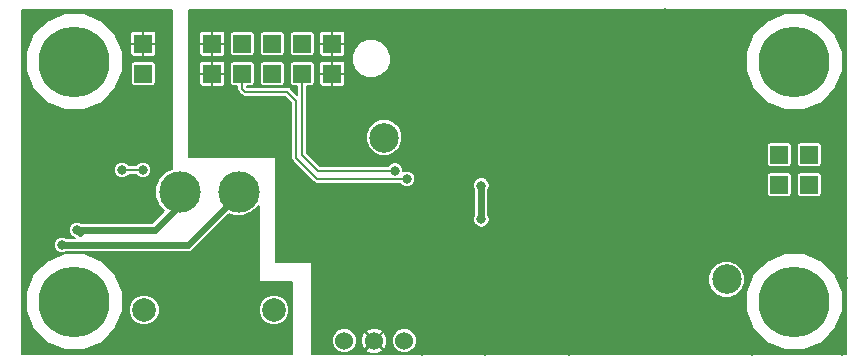
<source format=gbr>
%TF.GenerationSoftware,KiCad,Pcbnew,6.0.4-6f826c9f35~116~ubuntu20.04.1*%
%TF.CreationDate,2022-08-16T16:27:46+00:00*%
%TF.ProjectId,VCAI2C02A,56434149-3243-4303-9241-2e6b69636164,rev?*%
%TF.SameCoordinates,Original*%
%TF.FileFunction,Copper,L1,Top*%
%TF.FilePolarity,Positive*%
%FSLAX46Y46*%
G04 Gerber Fmt 4.6, Leading zero omitted, Abs format (unit mm)*
G04 Created by KiCad (PCBNEW 6.0.4-6f826c9f35~116~ubuntu20.04.1) date 2022-08-16 16:27:46*
%MOMM*%
%LPD*%
G01*
G04 APERTURE LIST*
%TA.AperFunction,ComponentPad*%
%ADD10C,2.000000*%
%TD*%
%TA.AperFunction,ComponentPad*%
%ADD11C,3.500000*%
%TD*%
%TA.AperFunction,ComponentPad*%
%ADD12C,2.500000*%
%TD*%
%TA.AperFunction,ComponentPad*%
%ADD13C,1.524000*%
%TD*%
%TA.AperFunction,ComponentPad*%
%ADD14R,1.524000X1.524000*%
%TD*%
%TA.AperFunction,ComponentPad*%
%ADD15C,6.000000*%
%TD*%
%TA.AperFunction,ViaPad*%
%ADD16C,0.800000*%
%TD*%
%TA.AperFunction,Conductor*%
%ADD17C,0.200000*%
%TD*%
%TA.AperFunction,Conductor*%
%ADD18C,0.600000*%
%TD*%
G04 APERTURE END LIST*
D10*
%TO.P,J1,MP*%
%TO.N,N/C*%
X16930000Y-21002000D03*
X5930000Y-21002000D03*
D11*
%TO.P,J1,2*%
%TO.N,Net-(D3-Pad4)*%
X8930000Y-11002000D03*
%TO.P,J1,1*%
%TO.N,Net-(D3-Pad3)*%
X13930000Y-11002000D03*
%TD*%
D12*
%TO.P,TR1,MP*%
%TO.N,N/C*%
X55240000Y-18422000D03*
X26240000Y-6422000D03*
D13*
%TO.P,TR1,3*%
%TO.N,+5V*%
X27940000Y-23622000D03*
%TO.P,TR1,1*%
%TO.N,/Vout*%
X22860000Y-23622000D03*
%TO.P,TR1,2*%
%TO.N,GNDD*%
X25400000Y-23622000D03*
%TD*%
D14*
%TO.P,J4,1*%
%TO.N,GNDD*%
X11684000Y-1016000D03*
%TO.P,J4,2*%
X11684000Y1524000D03*
%TO.P,J4,3*%
%TO.N,/SDA*%
X14224000Y-1016000D03*
%TO.P,J4,4*%
X14224000Y1524000D03*
%TO.P,J4,5*%
%TO.N,VCC*%
X16764000Y-1016000D03*
%TO.P,J4,6*%
X16764000Y1524000D03*
%TO.P,J4,7*%
%TO.N,/SCL*%
X19304000Y-1016000D03*
%TO.P,J4,8*%
X19304000Y1524000D03*
%TO.P,J4,9*%
%TO.N,GNDD*%
X21844000Y-1016000D03*
%TO.P,J4,10*%
X21844000Y1524000D03*
%TD*%
%TO.P,J5,1*%
%TO.N,Net-(D1-Pad1)*%
X5842000Y-1016000D03*
%TO.P,J5,2*%
%TO.N,GNDPWR*%
X5842000Y1524000D03*
%TD*%
%TO.P,J6,1*%
%TO.N,Net-(J6-Pad1)*%
X59690000Y-10414000D03*
%TO.P,J6,2*%
%TO.N,+5V*%
X59690000Y-7874000D03*
%TO.P,J6,3*%
%TO.N,Net-(J6-Pad3)*%
X62230000Y-10414000D03*
%TO.P,J6,4*%
%TO.N,+5V*%
X62230000Y-7874000D03*
%TD*%
D15*
%TO.P,MH1,1*%
%TO.N,N/C*%
X60960000Y0D03*
%TD*%
%TO.P,MH2,1*%
%TO.N,N/C*%
X0Y-20320000D03*
%TD*%
%TO.P,MH3,1*%
%TO.N,N/C*%
X60960000Y-20320000D03*
%TD*%
%TO.P,MH4,1*%
%TO.N,N/C*%
X0Y0D03*
%TD*%
D16*
%TO.N,GNDPWR*%
X-4064000Y4064000D03*
X2540000Y-24384000D03*
X17526000Y-24384000D03*
X17780000Y-19050000D03*
X12446000Y-24384000D03*
X7366000Y-24384002D03*
X-4064000Y-2286000D03*
X2032000Y4064000D03*
X13970000Y-18034000D03*
X13970000Y-21590000D03*
X9905994Y-21590000D03*
X9906000Y-18034000D03*
X-4064000Y-7366000D03*
X-4064000Y-24384000D03*
X-4064000Y-18288000D03*
X-4064000Y-13208000D03*
X7874000Y-8636000D03*
X7874000Y-6D03*
X7874000Y-4064004D03*
%TO.N,GNDD*%
X10144298Y-7366000D03*
X10155119Y-4317061D03*
X10160000Y0D03*
X10160000Y4064000D03*
X12954000Y4064000D03*
X20828000Y4064000D03*
X27686000Y4064000D03*
X34290000Y4064000D03*
X65024000Y4064000D03*
X65024000Y-2540000D03*
X65024000Y-7620000D03*
X65024000Y-13208000D03*
X65086000Y-18288000D03*
X65024000Y-24446000D03*
X57404000Y-24446000D03*
X50038000Y-24384000D03*
X34798000Y-24446000D03*
X29464000Y-24446000D03*
X18034000Y-10668000D03*
X20828000Y-16256000D03*
X20828000Y-19050000D03*
X20828000Y-24384000D03*
X18033994Y-16256000D03*
X57403994Y4064000D03*
X50038000Y4125990D03*
X41910004Y4064000D03*
X41910000Y-24445988D03*
%TO.N,+5V*%
X34480500Y-13335000D03*
X34480500Y-10468000D03*
%TO.N,Net-(D3-Pad3)*%
X-1016000Y-15494000D03*
%TO.N,Net-(D3-Pad4)*%
X254000Y-14224000D03*
%TO.N,/SDA*%
X28194000Y-9906000D03*
%TO.N,/SCL*%
X27178000Y-9205990D03*
%TO.N,/REFout2*%
X4064000Y-9144000D03*
X5842000Y-9144000D03*
%TD*%
D17*
%TO.N,GNDPWR*%
X2540000Y-24384000D02*
X6604000Y-24384000D01*
X6604000Y-24384000D02*
X7365998Y-24384000D01*
X7365998Y-24384000D02*
X7366000Y-24384002D01*
X13970000Y-21590000D02*
X9905994Y-21590000D01*
X-4064000Y-2286000D02*
X-4064000Y-7619996D01*
X-4064000Y-7619996D02*
X-4064004Y-7620000D01*
X17526000Y-24384000D02*
X12446000Y-24384000D01*
X14369999Y-18433999D02*
X13970000Y-18034000D01*
X14986000Y-19050000D02*
X14369999Y-18433999D01*
X17780000Y-19304000D02*
X17526000Y-19050000D01*
X17526000Y-19050000D02*
X14986000Y-19050000D01*
X5842000Y1524000D02*
X5842000Y3556000D01*
X5334000Y4064000D02*
X2032000Y4064000D01*
X5842000Y3556000D02*
X5334000Y4064000D01*
X7874000Y1016000D02*
X7874000Y-6D01*
X5842000Y1524000D02*
X7366000Y1524000D01*
X7366000Y1524000D02*
X7874000Y1016000D01*
X7874000Y-8636000D02*
X7874000Y-4064004D01*
X2032000Y4318000D02*
X2286000Y4064000D01*
X-4064000Y4064000D02*
X-3810000Y4318000D01*
X-3810000Y4318000D02*
X2032000Y4318000D01*
X-4318000Y-18542000D02*
X-4064000Y-18288000D01*
X-4064000Y-24384000D02*
X-4318000Y-24130000D01*
X-4318000Y-24130000D02*
X-4318000Y-18542000D01*
%TO.N,GNDD*%
X10144298Y-7366000D02*
X10144298Y-4327882D01*
X10144298Y-4327882D02*
X10155119Y-4317061D01*
X10160000Y0D02*
X10160000Y4064000D01*
X12954000Y4064000D02*
X20574000Y4064000D01*
X27686000Y4064000D02*
X34290000Y4064000D01*
X65024000Y-2540000D02*
X65024000Y-7620000D01*
X65024000Y-13208000D02*
X65024000Y-18226000D01*
X65024000Y-18226000D02*
X65086000Y-18288000D01*
X65024000Y-24446000D02*
X57404000Y-24446000D01*
X34798000Y-24446000D02*
X29464000Y-24446000D01*
X20828000Y-16256000D02*
X20828000Y-19304000D01*
X18034000Y-10668000D02*
X18034000Y-16002000D01*
X18034000Y-16002000D02*
X18034000Y-16255994D01*
X18034000Y-16255994D02*
X18033994Y-16256000D01*
X41971994Y4125990D02*
X41910004Y4064000D01*
X50038000Y4125990D02*
X41971994Y4125990D01*
X42672000Y-24384000D02*
X41971988Y-24384000D01*
X41971988Y-24384000D02*
X41910000Y-24445988D01*
X50038000Y-24384000D02*
X42672000Y-24384000D01*
X57657994Y4318000D02*
X57403994Y4064000D01*
X65024000Y4064000D02*
X64770000Y4318000D01*
X64770000Y4318000D02*
X57657994Y4318000D01*
D18*
%TO.N,+5V*%
X34480500Y-13335000D02*
X34480500Y-10468000D01*
%TO.N,Net-(D3-Pad3)*%
X13970000Y-11042000D02*
X13930000Y-11002000D01*
X13970000Y-11176000D02*
X13970000Y-11042000D01*
X9652000Y-15494000D02*
X13970000Y-11176000D01*
X-1016000Y-15494000D02*
X9652000Y-15494000D01*
%TO.N,Net-(D3-Pad4)*%
X508000Y-14478000D02*
X254000Y-14224000D01*
X6350000Y-14224000D02*
X254000Y-14224000D01*
X6858000Y-14224000D02*
X6350000Y-14224000D01*
X8930000Y-11002000D02*
X8930000Y-12152000D01*
X8930000Y-12152000D02*
X6858000Y-14224000D01*
D17*
%TO.N,/SDA*%
X14224000Y-2286000D02*
X14224000Y-1016000D01*
X20574000Y-9906000D02*
X18796000Y-8128000D01*
X28194000Y-9906000D02*
X20574000Y-9906000D01*
X18796000Y-8128000D02*
X18796000Y-3302000D01*
X18796000Y-3302000D02*
X18034000Y-2540000D01*
X18034000Y-2540000D02*
X14478000Y-2540000D01*
X14478000Y-2540000D02*
X14224000Y-2286000D01*
%TO.N,/SCL*%
X27116010Y-9205990D02*
X27178000Y-9144000D01*
X20635990Y-9205990D02*
X27116010Y-9205990D01*
X19304000Y-1016000D02*
X19304000Y-7874000D01*
X19304000Y-7874000D02*
X20635990Y-9205990D01*
%TO.N,/REFout2*%
X4064000Y-9144000D02*
X5842000Y-9144000D01*
%TD*%
%TO.N,GNDPWR*%
X8282000Y-9051506D02*
X7768768Y-9264094D01*
X7192094Y-9840768D01*
X6880000Y-10594230D01*
X6880000Y-11409770D01*
X7192094Y-12163232D01*
X7631167Y-12602305D01*
X6609473Y-13624000D01*
X634661Y-13624000D01*
X393239Y-13524000D01*
X114761Y-13524000D01*
X-142518Y-13630568D01*
X-339432Y-13827482D01*
X-446000Y-14084761D01*
X-446000Y-14363239D01*
X-339432Y-14620518D01*
X-142518Y-14817432D01*
X42334Y-14894000D01*
X-635339Y-14894000D01*
X-876761Y-14794000D01*
X-1155239Y-14794000D01*
X-1412518Y-14900568D01*
X-1609432Y-15097482D01*
X-1716000Y-15354761D01*
X-1716000Y-15633239D01*
X-1609432Y-15890518D01*
X-1412518Y-16087432D01*
X-1155239Y-16194000D01*
X-876761Y-16194000D01*
X-635339Y-16094000D01*
X9592914Y-16094000D01*
X9652000Y-16105753D01*
X9711086Y-16094000D01*
X9711091Y-16094000D01*
X9886108Y-16059187D01*
X10084575Y-15926575D01*
X10118049Y-15876478D01*
X13112319Y-12882209D01*
X13522230Y-13052000D01*
X14337770Y-13052000D01*
X15091232Y-12739906D01*
X15648000Y-12183138D01*
X15648000Y-18542000D01*
X15655612Y-18580268D01*
X15677289Y-18612711D01*
X15709732Y-18634388D01*
X15748000Y-18642000D01*
X18442000Y-18642000D01*
X18442000Y-24746000D01*
X-4426000Y-24746000D01*
X-4426000Y-19504459D01*
X-4100000Y-19504459D01*
X-4100000Y-21135541D01*
X-3475812Y-22642464D01*
X-2322464Y-23795812D01*
X-815541Y-24420000D01*
X815541Y-24420000D01*
X2322464Y-23795812D01*
X3475812Y-22642464D01*
X4100000Y-21135541D01*
X4100000Y-20743414D01*
X4630000Y-20743414D01*
X4630000Y-21260586D01*
X4827913Y-21738391D01*
X5193609Y-22104087D01*
X5671414Y-22302000D01*
X6188586Y-22302000D01*
X6666391Y-22104087D01*
X7032087Y-21738391D01*
X7230000Y-21260586D01*
X7230000Y-20743414D01*
X15630000Y-20743414D01*
X15630000Y-21260586D01*
X15827913Y-21738391D01*
X16193609Y-22104087D01*
X16671414Y-22302000D01*
X17188586Y-22302000D01*
X17666391Y-22104087D01*
X18032087Y-21738391D01*
X18230000Y-21260586D01*
X18230000Y-20743414D01*
X18032087Y-20265609D01*
X17666391Y-19899913D01*
X17188586Y-19702000D01*
X16671414Y-19702000D01*
X16193609Y-19899913D01*
X15827913Y-20265609D01*
X15630000Y-20743414D01*
X7230000Y-20743414D01*
X7032087Y-20265609D01*
X6666391Y-19899913D01*
X6188586Y-19702000D01*
X5671414Y-19702000D01*
X5193609Y-19899913D01*
X4827913Y-20265609D01*
X4630000Y-20743414D01*
X4100000Y-20743414D01*
X4100000Y-19504459D01*
X3475812Y-17997536D01*
X2322464Y-16844188D01*
X815541Y-16220000D01*
X-815541Y-16220000D01*
X-2322464Y-16844188D01*
X-3475812Y-17997536D01*
X-4100000Y-19504459D01*
X-4426000Y-19504459D01*
X-4426000Y-9004761D01*
X3364000Y-9004761D01*
X3364000Y-9283239D01*
X3470568Y-9540518D01*
X3667482Y-9737432D01*
X3924761Y-9844000D01*
X4203239Y-9844000D01*
X4460518Y-9737432D01*
X4653950Y-9544000D01*
X5252050Y-9544000D01*
X5445482Y-9737432D01*
X5702761Y-9844000D01*
X5981239Y-9844000D01*
X6238518Y-9737432D01*
X6435432Y-9540518D01*
X6542000Y-9283239D01*
X6542000Y-9004761D01*
X6435432Y-8747482D01*
X6238518Y-8550568D01*
X5981239Y-8444000D01*
X5702761Y-8444000D01*
X5445482Y-8550568D01*
X5252050Y-8744000D01*
X4653950Y-8744000D01*
X4460518Y-8550568D01*
X4203239Y-8444000D01*
X3924761Y-8444000D01*
X3667482Y-8550568D01*
X3470568Y-8747482D01*
X3364000Y-9004761D01*
X-4426000Y-9004761D01*
X-4426000Y815541D01*
X-4100000Y815541D01*
X-4100000Y-815541D01*
X-3475812Y-2322464D01*
X-2322464Y-3475812D01*
X-815541Y-4100000D01*
X815541Y-4100000D01*
X2322464Y-3475812D01*
X3475812Y-2322464D01*
X4100000Y-815541D01*
X4100000Y-254000D01*
X4774123Y-254000D01*
X4774123Y-1778000D01*
X4797407Y-1895054D01*
X4863712Y-1994288D01*
X4962946Y-2060593D01*
X5080000Y-2083877D01*
X6604000Y-2083877D01*
X6721054Y-2060593D01*
X6820288Y-1994288D01*
X6886593Y-1895054D01*
X6909877Y-1778000D01*
X6909877Y-254000D01*
X6886593Y-136946D01*
X6820288Y-37712D01*
X6721054Y28593D01*
X6604000Y51877D01*
X5080000Y51877D01*
X4962946Y28593D01*
X4863712Y-37712D01*
X4797407Y-136946D01*
X4774123Y-254000D01*
X4100000Y-254000D01*
X4100000Y815541D01*
X3854389Y1408500D01*
X4726000Y1408500D01*
X4726000Y691585D01*
X4779893Y561475D01*
X4879475Y461893D01*
X5009585Y408000D01*
X5726500Y408000D01*
X5815000Y496500D01*
X5815000Y1497000D01*
X5869000Y1497000D01*
X5869000Y496500D01*
X5957500Y408000D01*
X6674415Y408000D01*
X6804525Y461893D01*
X6904107Y561475D01*
X6958000Y691585D01*
X6958000Y1408500D01*
X6869500Y1497000D01*
X5869000Y1497000D01*
X5815000Y1497000D01*
X4814500Y1497000D01*
X4726000Y1408500D01*
X3854389Y1408500D01*
X3475812Y2322464D01*
X3441861Y2356415D01*
X4726000Y2356415D01*
X4726000Y1639500D01*
X4814500Y1551000D01*
X5815000Y1551000D01*
X5815000Y2551500D01*
X5869000Y2551500D01*
X5869000Y1551000D01*
X6869500Y1551000D01*
X6958000Y1639500D01*
X6958000Y2356415D01*
X6904107Y2486525D01*
X6804525Y2586107D01*
X6674415Y2640000D01*
X5957500Y2640000D01*
X5869000Y2551500D01*
X5815000Y2551500D01*
X5726500Y2640000D01*
X5009585Y2640000D01*
X4879475Y2586107D01*
X4779893Y2486525D01*
X4726000Y2356415D01*
X3441861Y2356415D01*
X2322464Y3475812D01*
X815541Y4100000D01*
X-815541Y4100000D01*
X-2322464Y3475812D01*
X-3475812Y2322464D01*
X-4100000Y815541D01*
X-4426000Y815541D01*
X-4426000Y4426000D01*
X8282000Y4426000D01*
X8282000Y-9051506D01*
X8282000Y-9051506D02*
X8282000Y4426000D01*
%TA.AperFunction,Conductor*%
G36*
X8282000Y-9051506D02*
G01*
X7768768Y-9264094D01*
X7192094Y-9840768D01*
X6880000Y-10594230D01*
X6880000Y-11409770D01*
X7192094Y-12163232D01*
X7631167Y-12602305D01*
X6609473Y-13624000D01*
X634661Y-13624000D01*
X393239Y-13524000D01*
X114761Y-13524000D01*
X-142518Y-13630568D01*
X-339432Y-13827482D01*
X-446000Y-14084761D01*
X-446000Y-14363239D01*
X-339432Y-14620518D01*
X-142518Y-14817432D01*
X42334Y-14894000D01*
X-635339Y-14894000D01*
X-876761Y-14794000D01*
X-1155239Y-14794000D01*
X-1412518Y-14900568D01*
X-1609432Y-15097482D01*
X-1716000Y-15354761D01*
X-1716000Y-15633239D01*
X-1609432Y-15890518D01*
X-1412518Y-16087432D01*
X-1155239Y-16194000D01*
X-876761Y-16194000D01*
X-635339Y-16094000D01*
X9592914Y-16094000D01*
X9652000Y-16105753D01*
X9711086Y-16094000D01*
X9711091Y-16094000D01*
X9886108Y-16059187D01*
X10084575Y-15926575D01*
X10118049Y-15876478D01*
X13112319Y-12882209D01*
X13522230Y-13052000D01*
X14337770Y-13052000D01*
X15091232Y-12739906D01*
X15648000Y-12183138D01*
X15648000Y-18542000D01*
X15655612Y-18580268D01*
X15677289Y-18612711D01*
X15709732Y-18634388D01*
X15748000Y-18642000D01*
X18442000Y-18642000D01*
X18442000Y-24746000D01*
X-4426000Y-24746000D01*
X-4426000Y-19504459D01*
X-4100000Y-19504459D01*
X-4100000Y-21135541D01*
X-3475812Y-22642464D01*
X-2322464Y-23795812D01*
X-815541Y-24420000D01*
X815541Y-24420000D01*
X2322464Y-23795812D01*
X3475812Y-22642464D01*
X4100000Y-21135541D01*
X4100000Y-20743414D01*
X4630000Y-20743414D01*
X4630000Y-21260586D01*
X4827913Y-21738391D01*
X5193609Y-22104087D01*
X5671414Y-22302000D01*
X6188586Y-22302000D01*
X6666391Y-22104087D01*
X7032087Y-21738391D01*
X7230000Y-21260586D01*
X7230000Y-20743414D01*
X15630000Y-20743414D01*
X15630000Y-21260586D01*
X15827913Y-21738391D01*
X16193609Y-22104087D01*
X16671414Y-22302000D01*
X17188586Y-22302000D01*
X17666391Y-22104087D01*
X18032087Y-21738391D01*
X18230000Y-21260586D01*
X18230000Y-20743414D01*
X18032087Y-20265609D01*
X17666391Y-19899913D01*
X17188586Y-19702000D01*
X16671414Y-19702000D01*
X16193609Y-19899913D01*
X15827913Y-20265609D01*
X15630000Y-20743414D01*
X7230000Y-20743414D01*
X7032087Y-20265609D01*
X6666391Y-19899913D01*
X6188586Y-19702000D01*
X5671414Y-19702000D01*
X5193609Y-19899913D01*
X4827913Y-20265609D01*
X4630000Y-20743414D01*
X4100000Y-20743414D01*
X4100000Y-19504459D01*
X3475812Y-17997536D01*
X2322464Y-16844188D01*
X815541Y-16220000D01*
X-815541Y-16220000D01*
X-2322464Y-16844188D01*
X-3475812Y-17997536D01*
X-4100000Y-19504459D01*
X-4426000Y-19504459D01*
X-4426000Y-9004761D01*
X3364000Y-9004761D01*
X3364000Y-9283239D01*
X3470568Y-9540518D01*
X3667482Y-9737432D01*
X3924761Y-9844000D01*
X4203239Y-9844000D01*
X4460518Y-9737432D01*
X4653950Y-9544000D01*
X5252050Y-9544000D01*
X5445482Y-9737432D01*
X5702761Y-9844000D01*
X5981239Y-9844000D01*
X6238518Y-9737432D01*
X6435432Y-9540518D01*
X6542000Y-9283239D01*
X6542000Y-9004761D01*
X6435432Y-8747482D01*
X6238518Y-8550568D01*
X5981239Y-8444000D01*
X5702761Y-8444000D01*
X5445482Y-8550568D01*
X5252050Y-8744000D01*
X4653950Y-8744000D01*
X4460518Y-8550568D01*
X4203239Y-8444000D01*
X3924761Y-8444000D01*
X3667482Y-8550568D01*
X3470568Y-8747482D01*
X3364000Y-9004761D01*
X-4426000Y-9004761D01*
X-4426000Y815541D01*
X-4100000Y815541D01*
X-4100000Y-815541D01*
X-3475812Y-2322464D01*
X-2322464Y-3475812D01*
X-815541Y-4100000D01*
X815541Y-4100000D01*
X2322464Y-3475812D01*
X3475812Y-2322464D01*
X4100000Y-815541D01*
X4100000Y-254000D01*
X4774123Y-254000D01*
X4774123Y-1778000D01*
X4797407Y-1895054D01*
X4863712Y-1994288D01*
X4962946Y-2060593D01*
X5080000Y-2083877D01*
X6604000Y-2083877D01*
X6721054Y-2060593D01*
X6820288Y-1994288D01*
X6886593Y-1895054D01*
X6909877Y-1778000D01*
X6909877Y-254000D01*
X6886593Y-136946D01*
X6820288Y-37712D01*
X6721054Y28593D01*
X6604000Y51877D01*
X5080000Y51877D01*
X4962946Y28593D01*
X4863712Y-37712D01*
X4797407Y-136946D01*
X4774123Y-254000D01*
X4100000Y-254000D01*
X4100000Y815541D01*
X3854389Y1408500D01*
X4726000Y1408500D01*
X4726000Y691585D01*
X4779893Y561475D01*
X4879475Y461893D01*
X5009585Y408000D01*
X5726500Y408000D01*
X5815000Y496500D01*
X5815000Y1497000D01*
X5869000Y1497000D01*
X5869000Y496500D01*
X5957500Y408000D01*
X6674415Y408000D01*
X6804525Y461893D01*
X6904107Y561475D01*
X6958000Y691585D01*
X6958000Y1408500D01*
X6869500Y1497000D01*
X5869000Y1497000D01*
X5815000Y1497000D01*
X4814500Y1497000D01*
X4726000Y1408500D01*
X3854389Y1408500D01*
X3475812Y2322464D01*
X3441861Y2356415D01*
X4726000Y2356415D01*
X4726000Y1639500D01*
X4814500Y1551000D01*
X5815000Y1551000D01*
X5815000Y2551500D01*
X5869000Y2551500D01*
X5869000Y1551000D01*
X6869500Y1551000D01*
X6958000Y1639500D01*
X6958000Y2356415D01*
X6904107Y2486525D01*
X6804525Y2586107D01*
X6674415Y2640000D01*
X5957500Y2640000D01*
X5869000Y2551500D01*
X5815000Y2551500D01*
X5726500Y2640000D01*
X5009585Y2640000D01*
X4879475Y2586107D01*
X4779893Y2486525D01*
X4726000Y2356415D01*
X3441861Y2356415D01*
X2322464Y3475812D01*
X815541Y4100000D01*
X-815541Y4100000D01*
X-2322464Y3475812D01*
X-3475812Y2322464D01*
X-4100000Y815541D01*
X-4426000Y815541D01*
X-4426000Y4426000D01*
X8282000Y4426000D01*
X8282000Y-9051506D01*
G37*
%TD.AperFunction*%
%TD*%
%TO.N,GNDD*%
X65386000Y-24746000D02*
X20166000Y-24746000D01*
X20166000Y-23410755D01*
X21798000Y-23410755D01*
X21798000Y-23833245D01*
X21959680Y-24223575D01*
X22258425Y-24522320D01*
X22648755Y-24684000D01*
X23071245Y-24684000D01*
X23461575Y-24522320D01*
X23601036Y-24382859D01*
X24677325Y-24382859D01*
X24753212Y-24558163D01*
X25160700Y-24734417D01*
X25604619Y-24741315D01*
X26017387Y-24577808D01*
X26046788Y-24558163D01*
X26122675Y-24382859D01*
X25400000Y-23660184D01*
X24677325Y-24382859D01*
X23601036Y-24382859D01*
X23760320Y-24223575D01*
X23922000Y-23833245D01*
X23922000Y-23826619D01*
X24280685Y-23826619D01*
X24444192Y-24239387D01*
X24463837Y-24268788D01*
X24639141Y-24344675D01*
X25361816Y-23622000D01*
X25438184Y-23622000D01*
X26160859Y-24344675D01*
X26336163Y-24268788D01*
X26512417Y-23861300D01*
X26519315Y-23417381D01*
X26516691Y-23410755D01*
X26878000Y-23410755D01*
X26878000Y-23833245D01*
X27039680Y-24223575D01*
X27338425Y-24522320D01*
X27728755Y-24684000D01*
X28151245Y-24684000D01*
X28541575Y-24522320D01*
X28840320Y-24223575D01*
X29002000Y-23833245D01*
X29002000Y-23410755D01*
X28840320Y-23020425D01*
X28541575Y-22721680D01*
X28151245Y-22560000D01*
X27728755Y-22560000D01*
X27338425Y-22721680D01*
X27039680Y-23020425D01*
X26878000Y-23410755D01*
X26516691Y-23410755D01*
X26355808Y-23004613D01*
X26336163Y-22975212D01*
X26160859Y-22899325D01*
X25438184Y-23622000D01*
X25361816Y-23622000D01*
X24639141Y-22899325D01*
X24463837Y-22975212D01*
X24287583Y-23382700D01*
X24280685Y-23826619D01*
X23922000Y-23826619D01*
X23922000Y-23410755D01*
X23760320Y-23020425D01*
X23601036Y-22861141D01*
X24677325Y-22861141D01*
X25400000Y-23583816D01*
X26122675Y-22861141D01*
X26046788Y-22685837D01*
X25639300Y-22509583D01*
X25195381Y-22502685D01*
X24782613Y-22666192D01*
X24753212Y-22685837D01*
X24677325Y-22861141D01*
X23601036Y-22861141D01*
X23461575Y-22721680D01*
X23071245Y-22560000D01*
X22648755Y-22560000D01*
X22258425Y-22721680D01*
X21959680Y-23020425D01*
X21798000Y-23410755D01*
X20166000Y-23410755D01*
X20166000Y-18113686D01*
X53690000Y-18113686D01*
X53690000Y-18730314D01*
X53925974Y-19300004D01*
X54361996Y-19736026D01*
X54931686Y-19972000D01*
X55548314Y-19972000D01*
X56118004Y-19736026D01*
X56349571Y-19504459D01*
X56860000Y-19504459D01*
X56860000Y-21135541D01*
X57484188Y-22642464D01*
X58637536Y-23795812D01*
X60144459Y-24420000D01*
X61775541Y-24420000D01*
X63282464Y-23795812D01*
X64435812Y-22642464D01*
X65060000Y-21135541D01*
X65060000Y-19504459D01*
X64435812Y-17997536D01*
X63282464Y-16844188D01*
X61775541Y-16220000D01*
X60144459Y-16220000D01*
X58637536Y-16844188D01*
X57484188Y-17997536D01*
X56860000Y-19504459D01*
X56349571Y-19504459D01*
X56554026Y-19300004D01*
X56790000Y-18730314D01*
X56790000Y-18113686D01*
X56554026Y-17543996D01*
X56118004Y-17107974D01*
X55548314Y-16872000D01*
X54931686Y-16872000D01*
X54361996Y-17107974D01*
X53925974Y-17543996D01*
X53690000Y-18113686D01*
X20166000Y-18113686D01*
X20166000Y-17018000D01*
X20158388Y-16979732D01*
X20136711Y-16947289D01*
X20104268Y-16925612D01*
X20066000Y-16918000D01*
X17118000Y-16918000D01*
X17118000Y-8128000D01*
X17110388Y-8089732D01*
X17088711Y-8057289D01*
X17056268Y-8035612D01*
X17018000Y-8028000D01*
X9752000Y-8028000D01*
X9752000Y-1131500D01*
X10568000Y-1131500D01*
X10568000Y-1848415D01*
X10621893Y-1978525D01*
X10721475Y-2078107D01*
X10851585Y-2132000D01*
X11568500Y-2132000D01*
X11657000Y-2043500D01*
X11657000Y-1043000D01*
X11711000Y-1043000D01*
X11711000Y-2043500D01*
X11799500Y-2132000D01*
X12516415Y-2132000D01*
X12646525Y-2078107D01*
X12746107Y-1978525D01*
X12800000Y-1848415D01*
X12800000Y-1131500D01*
X12711500Y-1043000D01*
X11711000Y-1043000D01*
X11657000Y-1043000D01*
X10656500Y-1043000D01*
X10568000Y-1131500D01*
X9752000Y-1131500D01*
X9752000Y-183585D01*
X10568000Y-183585D01*
X10568000Y-900500D01*
X10656500Y-989000D01*
X11657000Y-989000D01*
X11657000Y11500D01*
X11711000Y11500D01*
X11711000Y-989000D01*
X12711500Y-989000D01*
X12800000Y-900500D01*
X12800000Y-254000D01*
X13156123Y-254000D01*
X13156123Y-1778000D01*
X13179407Y-1895054D01*
X13245712Y-1994288D01*
X13344946Y-2060593D01*
X13462000Y-2083877D01*
X13824000Y-2083877D01*
X13824000Y-2246606D01*
X13816164Y-2286000D01*
X13824000Y-2325393D01*
X13847209Y-2442071D01*
X13935616Y-2574384D01*
X13969018Y-2596702D01*
X14167299Y-2794984D01*
X14189616Y-2828384D01*
X14321928Y-2916791D01*
X14438606Y-2940000D01*
X14477999Y-2947836D01*
X14517392Y-2940000D01*
X17868316Y-2940000D01*
X18396001Y-3467686D01*
X18396000Y-8088606D01*
X18388164Y-8128000D01*
X18396000Y-8167393D01*
X18419209Y-8284071D01*
X18507616Y-8416384D01*
X18541019Y-8438703D01*
X20263299Y-10160984D01*
X20285616Y-10194384D01*
X20417928Y-10282791D01*
X20574000Y-10313836D01*
X20613394Y-10306000D01*
X27604050Y-10306000D01*
X27797482Y-10499432D01*
X28054761Y-10606000D01*
X28333239Y-10606000D01*
X28590518Y-10499432D01*
X28761189Y-10328761D01*
X33780500Y-10328761D01*
X33780500Y-10607239D01*
X33880501Y-10848663D01*
X33880500Y-12954338D01*
X33780500Y-13195761D01*
X33780500Y-13474239D01*
X33887068Y-13731518D01*
X34083982Y-13928432D01*
X34341261Y-14035000D01*
X34619739Y-14035000D01*
X34877018Y-13928432D01*
X35073932Y-13731518D01*
X35180500Y-13474239D01*
X35180500Y-13195761D01*
X35080500Y-12954339D01*
X35080500Y-10848661D01*
X35180500Y-10607239D01*
X35180500Y-10328761D01*
X35073932Y-10071482D01*
X34877018Y-9874568D01*
X34619739Y-9768000D01*
X34341261Y-9768000D01*
X34083982Y-9874568D01*
X33887068Y-10071482D01*
X33780500Y-10328761D01*
X28761189Y-10328761D01*
X28787432Y-10302518D01*
X28894000Y-10045239D01*
X28894000Y-9766761D01*
X28846465Y-9652000D01*
X58622123Y-9652000D01*
X58622123Y-11176000D01*
X58645407Y-11293054D01*
X58711712Y-11392288D01*
X58810946Y-11458593D01*
X58928000Y-11481877D01*
X60452000Y-11481877D01*
X60569054Y-11458593D01*
X60668288Y-11392288D01*
X60734593Y-11293054D01*
X60757877Y-11176000D01*
X60757877Y-9652000D01*
X61162123Y-9652000D01*
X61162123Y-11176000D01*
X61185407Y-11293054D01*
X61251712Y-11392288D01*
X61350946Y-11458593D01*
X61468000Y-11481877D01*
X62992000Y-11481877D01*
X63109054Y-11458593D01*
X63208288Y-11392288D01*
X63274593Y-11293054D01*
X63297877Y-11176000D01*
X63297877Y-9652000D01*
X63274593Y-9534946D01*
X63208288Y-9435712D01*
X63109054Y-9369407D01*
X62992000Y-9346123D01*
X61468000Y-9346123D01*
X61350946Y-9369407D01*
X61251712Y-9435712D01*
X61185407Y-9534946D01*
X61162123Y-9652000D01*
X60757877Y-9652000D01*
X60734593Y-9534946D01*
X60668288Y-9435712D01*
X60569054Y-9369407D01*
X60452000Y-9346123D01*
X58928000Y-9346123D01*
X58810946Y-9369407D01*
X58711712Y-9435712D01*
X58645407Y-9534946D01*
X58622123Y-9652000D01*
X28846465Y-9652000D01*
X28787432Y-9509482D01*
X28590518Y-9312568D01*
X28333239Y-9206000D01*
X28054761Y-9206000D01*
X27878000Y-9279216D01*
X27878000Y-9066751D01*
X27771432Y-8809472D01*
X27574518Y-8612558D01*
X27317239Y-8505990D01*
X27038761Y-8505990D01*
X26781482Y-8612558D01*
X26588050Y-8805990D01*
X20801676Y-8805990D01*
X19704000Y-7708316D01*
X19704000Y-6113686D01*
X24690000Y-6113686D01*
X24690000Y-6730314D01*
X24925974Y-7300004D01*
X25361996Y-7736026D01*
X25931686Y-7972000D01*
X26548314Y-7972000D01*
X27118004Y-7736026D01*
X27554026Y-7300004D01*
X27631900Y-7112000D01*
X58622123Y-7112000D01*
X58622123Y-8636000D01*
X58645407Y-8753054D01*
X58711712Y-8852288D01*
X58810946Y-8918593D01*
X58928000Y-8941877D01*
X60452000Y-8941877D01*
X60569054Y-8918593D01*
X60668288Y-8852288D01*
X60734593Y-8753054D01*
X60757877Y-8636000D01*
X60757877Y-7112000D01*
X61162123Y-7112000D01*
X61162123Y-8636000D01*
X61185407Y-8753054D01*
X61251712Y-8852288D01*
X61350946Y-8918593D01*
X61468000Y-8941877D01*
X62992000Y-8941877D01*
X63109054Y-8918593D01*
X63208288Y-8852288D01*
X63274593Y-8753054D01*
X63297877Y-8636000D01*
X63297877Y-7112000D01*
X63274593Y-6994946D01*
X63208288Y-6895712D01*
X63109054Y-6829407D01*
X62992000Y-6806123D01*
X61468000Y-6806123D01*
X61350946Y-6829407D01*
X61251712Y-6895712D01*
X61185407Y-6994946D01*
X61162123Y-7112000D01*
X60757877Y-7112000D01*
X60734593Y-6994946D01*
X60668288Y-6895712D01*
X60569054Y-6829407D01*
X60452000Y-6806123D01*
X58928000Y-6806123D01*
X58810946Y-6829407D01*
X58711712Y-6895712D01*
X58645407Y-6994946D01*
X58622123Y-7112000D01*
X27631900Y-7112000D01*
X27790000Y-6730314D01*
X27790000Y-6113686D01*
X27554026Y-5543996D01*
X27118004Y-5107974D01*
X26548314Y-4872000D01*
X25931686Y-4872000D01*
X25361996Y-5107974D01*
X24925974Y-5543996D01*
X24690000Y-6113686D01*
X19704000Y-6113686D01*
X19704000Y-2083877D01*
X20066000Y-2083877D01*
X20183054Y-2060593D01*
X20282288Y-1994288D01*
X20348593Y-1895054D01*
X20371877Y-1778000D01*
X20371877Y-1131500D01*
X20728000Y-1131500D01*
X20728000Y-1848415D01*
X20781893Y-1978525D01*
X20881475Y-2078107D01*
X21011585Y-2132000D01*
X21728500Y-2132000D01*
X21817000Y-2043500D01*
X21817000Y-1043000D01*
X21871000Y-1043000D01*
X21871000Y-2043500D01*
X21959500Y-2132000D01*
X22676415Y-2132000D01*
X22806525Y-2078107D01*
X22906107Y-1978525D01*
X22960000Y-1848415D01*
X22960000Y-1131500D01*
X22871500Y-1043000D01*
X21871000Y-1043000D01*
X21817000Y-1043000D01*
X20816500Y-1043000D01*
X20728000Y-1131500D01*
X20371877Y-1131500D01*
X20371877Y-254000D01*
X20357871Y-183585D01*
X20728000Y-183585D01*
X20728000Y-900500D01*
X20816500Y-989000D01*
X21817000Y-989000D01*
X21817000Y11500D01*
X21871000Y11500D01*
X21871000Y-989000D01*
X22871500Y-989000D01*
X22960000Y-900500D01*
X22960000Y-183585D01*
X22906107Y-53475D01*
X22806525Y46107D01*
X22676415Y100000D01*
X21959500Y100000D01*
X21871000Y11500D01*
X21817000Y11500D01*
X21728500Y100000D01*
X21011585Y100000D01*
X20881475Y46107D01*
X20781893Y-53475D01*
X20728000Y-183585D01*
X20357871Y-183585D01*
X20348593Y-136946D01*
X20282288Y-37712D01*
X20183054Y28593D01*
X20066000Y51877D01*
X18542000Y51877D01*
X18424946Y28593D01*
X18325712Y-37712D01*
X18259407Y-136946D01*
X18236123Y-254000D01*
X18236123Y-1778000D01*
X18259407Y-1895054D01*
X18325712Y-1994288D01*
X18424946Y-2060593D01*
X18542000Y-2083877D01*
X18904000Y-2083877D01*
X18904000Y-2844316D01*
X18344703Y-2285019D01*
X18322384Y-2251616D01*
X18190072Y-2163209D01*
X18073394Y-2140000D01*
X18034000Y-2132164D01*
X17994606Y-2140000D01*
X14643685Y-2140000D01*
X14624000Y-2120316D01*
X14624000Y-2083877D01*
X14986000Y-2083877D01*
X15103054Y-2060593D01*
X15202288Y-1994288D01*
X15268593Y-1895054D01*
X15291877Y-1778000D01*
X15291877Y-254000D01*
X15696123Y-254000D01*
X15696123Y-1778000D01*
X15719407Y-1895054D01*
X15785712Y-1994288D01*
X15884946Y-2060593D01*
X16002000Y-2083877D01*
X17526000Y-2083877D01*
X17643054Y-2060593D01*
X17742288Y-1994288D01*
X17808593Y-1895054D01*
X17831877Y-1778000D01*
X17831877Y-254000D01*
X17808593Y-136946D01*
X17742288Y-37712D01*
X17643054Y28593D01*
X17526000Y51877D01*
X16002000Y51877D01*
X15884946Y28593D01*
X15785712Y-37712D01*
X15719407Y-136946D01*
X15696123Y-254000D01*
X15291877Y-254000D01*
X15268593Y-136946D01*
X15202288Y-37712D01*
X15103054Y28593D01*
X14986000Y51877D01*
X13462000Y51877D01*
X13344946Y28593D01*
X13245712Y-37712D01*
X13179407Y-136946D01*
X13156123Y-254000D01*
X12800000Y-254000D01*
X12800000Y-183585D01*
X12746107Y-53475D01*
X12646525Y46107D01*
X12516415Y100000D01*
X11799500Y100000D01*
X11711000Y11500D01*
X11657000Y11500D01*
X11568500Y100000D01*
X10851585Y100000D01*
X10721475Y46107D01*
X10621893Y-53475D01*
X10568000Y-183585D01*
X9752000Y-183585D01*
X9752000Y1408500D01*
X10568000Y1408500D01*
X10568000Y691585D01*
X10621893Y561475D01*
X10721475Y461893D01*
X10851585Y408000D01*
X11568500Y408000D01*
X11657000Y496500D01*
X11657000Y1497000D01*
X11711000Y1497000D01*
X11711000Y496500D01*
X11799500Y408000D01*
X12516415Y408000D01*
X12646525Y461893D01*
X12746107Y561475D01*
X12800000Y691585D01*
X12800000Y1408500D01*
X12711500Y1497000D01*
X11711000Y1497000D01*
X11657000Y1497000D01*
X10656500Y1497000D01*
X10568000Y1408500D01*
X9752000Y1408500D01*
X9752000Y2356415D01*
X10568000Y2356415D01*
X10568000Y1639500D01*
X10656500Y1551000D01*
X11657000Y1551000D01*
X11657000Y2551500D01*
X11711000Y2551500D01*
X11711000Y1551000D01*
X12711500Y1551000D01*
X12800000Y1639500D01*
X12800000Y2286000D01*
X13156123Y2286000D01*
X13156123Y762000D01*
X13179407Y644946D01*
X13245712Y545712D01*
X13344946Y479407D01*
X13462000Y456123D01*
X14986000Y456123D01*
X15103054Y479407D01*
X15202288Y545712D01*
X15268593Y644946D01*
X15291877Y762000D01*
X15291877Y2286000D01*
X15696123Y2286000D01*
X15696123Y762000D01*
X15719407Y644946D01*
X15785712Y545712D01*
X15884946Y479407D01*
X16002000Y456123D01*
X17526000Y456123D01*
X17643054Y479407D01*
X17742288Y545712D01*
X17808593Y644946D01*
X17831877Y762000D01*
X17831877Y2286000D01*
X18236123Y2286000D01*
X18236123Y762000D01*
X18259407Y644946D01*
X18325712Y545712D01*
X18424946Y479407D01*
X18542000Y456123D01*
X20066000Y456123D01*
X20183054Y479407D01*
X20282288Y545712D01*
X20348593Y644946D01*
X20371877Y762000D01*
X20371877Y1408500D01*
X20728000Y1408500D01*
X20728000Y691585D01*
X20781893Y561475D01*
X20881475Y461893D01*
X21011585Y408000D01*
X21728500Y408000D01*
X21817000Y496500D01*
X21817000Y1497000D01*
X21871000Y1497000D01*
X21871000Y496500D01*
X21959500Y408000D01*
X22676415Y408000D01*
X22806525Y461893D01*
X22906107Y561475D01*
X22914693Y582205D01*
X23496000Y582205D01*
X23496000Y-74205D01*
X23747198Y-680650D01*
X24211350Y-1144802D01*
X24817795Y-1396000D01*
X25474205Y-1396000D01*
X26080650Y-1144802D01*
X26544802Y-680650D01*
X26796000Y-74205D01*
X26796000Y582205D01*
X26699349Y815541D01*
X56860000Y815541D01*
X56860000Y-815541D01*
X57484188Y-2322464D01*
X58637536Y-3475812D01*
X60144459Y-4100000D01*
X61775541Y-4100000D01*
X63282464Y-3475812D01*
X64435812Y-2322464D01*
X65060000Y-815541D01*
X65060000Y815541D01*
X64435812Y2322464D01*
X63282464Y3475812D01*
X61775541Y4100000D01*
X60144459Y4100000D01*
X58637536Y3475812D01*
X57484188Y2322464D01*
X56860000Y815541D01*
X26699349Y815541D01*
X26544802Y1188650D01*
X26080650Y1652802D01*
X25474205Y1904000D01*
X24817795Y1904000D01*
X24211350Y1652802D01*
X23747198Y1188650D01*
X23496000Y582205D01*
X22914693Y582205D01*
X22960000Y691585D01*
X22960000Y1408500D01*
X22871500Y1497000D01*
X21871000Y1497000D01*
X21817000Y1497000D01*
X20816500Y1497000D01*
X20728000Y1408500D01*
X20371877Y1408500D01*
X20371877Y2286000D01*
X20357871Y2356415D01*
X20728000Y2356415D01*
X20728000Y1639500D01*
X20816500Y1551000D01*
X21817000Y1551000D01*
X21817000Y2551500D01*
X21871000Y2551500D01*
X21871000Y1551000D01*
X22871500Y1551000D01*
X22960000Y1639500D01*
X22960000Y2356415D01*
X22906107Y2486525D01*
X22806525Y2586107D01*
X22676415Y2640000D01*
X21959500Y2640000D01*
X21871000Y2551500D01*
X21817000Y2551500D01*
X21728500Y2640000D01*
X21011585Y2640000D01*
X20881475Y2586107D01*
X20781893Y2486525D01*
X20728000Y2356415D01*
X20357871Y2356415D01*
X20348593Y2403054D01*
X20282288Y2502288D01*
X20183054Y2568593D01*
X20066000Y2591877D01*
X18542000Y2591877D01*
X18424946Y2568593D01*
X18325712Y2502288D01*
X18259407Y2403054D01*
X18236123Y2286000D01*
X17831877Y2286000D01*
X17808593Y2403054D01*
X17742288Y2502288D01*
X17643054Y2568593D01*
X17526000Y2591877D01*
X16002000Y2591877D01*
X15884946Y2568593D01*
X15785712Y2502288D01*
X15719407Y2403054D01*
X15696123Y2286000D01*
X15291877Y2286000D01*
X15268593Y2403054D01*
X15202288Y2502288D01*
X15103054Y2568593D01*
X14986000Y2591877D01*
X13462000Y2591877D01*
X13344946Y2568593D01*
X13245712Y2502288D01*
X13179407Y2403054D01*
X13156123Y2286000D01*
X12800000Y2286000D01*
X12800000Y2356415D01*
X12746107Y2486525D01*
X12646525Y2586107D01*
X12516415Y2640000D01*
X11799500Y2640000D01*
X11711000Y2551500D01*
X11657000Y2551500D01*
X11568500Y2640000D01*
X10851585Y2640000D01*
X10721475Y2586107D01*
X10621893Y2486525D01*
X10568000Y2356415D01*
X9752000Y2356415D01*
X9752000Y4426000D01*
X65386001Y4426000D01*
X65386000Y-24746000D01*
X65386000Y-24746000D02*
X65386001Y4426000D01*
%TA.AperFunction,Conductor*%
G36*
X65386000Y-24746000D02*
G01*
X20166000Y-24746000D01*
X20166000Y-23410755D01*
X21798000Y-23410755D01*
X21798000Y-23833245D01*
X21959680Y-24223575D01*
X22258425Y-24522320D01*
X22648755Y-24684000D01*
X23071245Y-24684000D01*
X23461575Y-24522320D01*
X23601036Y-24382859D01*
X24677325Y-24382859D01*
X24753212Y-24558163D01*
X25160700Y-24734417D01*
X25604619Y-24741315D01*
X26017387Y-24577808D01*
X26046788Y-24558163D01*
X26122675Y-24382859D01*
X25400000Y-23660184D01*
X24677325Y-24382859D01*
X23601036Y-24382859D01*
X23760320Y-24223575D01*
X23922000Y-23833245D01*
X23922000Y-23826619D01*
X24280685Y-23826619D01*
X24444192Y-24239387D01*
X24463837Y-24268788D01*
X24639141Y-24344675D01*
X25361816Y-23622000D01*
X25438184Y-23622000D01*
X26160859Y-24344675D01*
X26336163Y-24268788D01*
X26512417Y-23861300D01*
X26519315Y-23417381D01*
X26516691Y-23410755D01*
X26878000Y-23410755D01*
X26878000Y-23833245D01*
X27039680Y-24223575D01*
X27338425Y-24522320D01*
X27728755Y-24684000D01*
X28151245Y-24684000D01*
X28541575Y-24522320D01*
X28840320Y-24223575D01*
X29002000Y-23833245D01*
X29002000Y-23410755D01*
X28840320Y-23020425D01*
X28541575Y-22721680D01*
X28151245Y-22560000D01*
X27728755Y-22560000D01*
X27338425Y-22721680D01*
X27039680Y-23020425D01*
X26878000Y-23410755D01*
X26516691Y-23410755D01*
X26355808Y-23004613D01*
X26336163Y-22975212D01*
X26160859Y-22899325D01*
X25438184Y-23622000D01*
X25361816Y-23622000D01*
X24639141Y-22899325D01*
X24463837Y-22975212D01*
X24287583Y-23382700D01*
X24280685Y-23826619D01*
X23922000Y-23826619D01*
X23922000Y-23410755D01*
X23760320Y-23020425D01*
X23601036Y-22861141D01*
X24677325Y-22861141D01*
X25400000Y-23583816D01*
X26122675Y-22861141D01*
X26046788Y-22685837D01*
X25639300Y-22509583D01*
X25195381Y-22502685D01*
X24782613Y-22666192D01*
X24753212Y-22685837D01*
X24677325Y-22861141D01*
X23601036Y-22861141D01*
X23461575Y-22721680D01*
X23071245Y-22560000D01*
X22648755Y-22560000D01*
X22258425Y-22721680D01*
X21959680Y-23020425D01*
X21798000Y-23410755D01*
X20166000Y-23410755D01*
X20166000Y-18113686D01*
X53690000Y-18113686D01*
X53690000Y-18730314D01*
X53925974Y-19300004D01*
X54361996Y-19736026D01*
X54931686Y-19972000D01*
X55548314Y-19972000D01*
X56118004Y-19736026D01*
X56349571Y-19504459D01*
X56860000Y-19504459D01*
X56860000Y-21135541D01*
X57484188Y-22642464D01*
X58637536Y-23795812D01*
X60144459Y-24420000D01*
X61775541Y-24420000D01*
X63282464Y-23795812D01*
X64435812Y-22642464D01*
X65060000Y-21135541D01*
X65060000Y-19504459D01*
X64435812Y-17997536D01*
X63282464Y-16844188D01*
X61775541Y-16220000D01*
X60144459Y-16220000D01*
X58637536Y-16844188D01*
X57484188Y-17997536D01*
X56860000Y-19504459D01*
X56349571Y-19504459D01*
X56554026Y-19300004D01*
X56790000Y-18730314D01*
X56790000Y-18113686D01*
X56554026Y-17543996D01*
X56118004Y-17107974D01*
X55548314Y-16872000D01*
X54931686Y-16872000D01*
X54361996Y-17107974D01*
X53925974Y-17543996D01*
X53690000Y-18113686D01*
X20166000Y-18113686D01*
X20166000Y-17018000D01*
X20158388Y-16979732D01*
X20136711Y-16947289D01*
X20104268Y-16925612D01*
X20066000Y-16918000D01*
X17118000Y-16918000D01*
X17118000Y-8128000D01*
X17110388Y-8089732D01*
X17088711Y-8057289D01*
X17056268Y-8035612D01*
X17018000Y-8028000D01*
X9752000Y-8028000D01*
X9752000Y-1131500D01*
X10568000Y-1131500D01*
X10568000Y-1848415D01*
X10621893Y-1978525D01*
X10721475Y-2078107D01*
X10851585Y-2132000D01*
X11568500Y-2132000D01*
X11657000Y-2043500D01*
X11657000Y-1043000D01*
X11711000Y-1043000D01*
X11711000Y-2043500D01*
X11799500Y-2132000D01*
X12516415Y-2132000D01*
X12646525Y-2078107D01*
X12746107Y-1978525D01*
X12800000Y-1848415D01*
X12800000Y-1131500D01*
X12711500Y-1043000D01*
X11711000Y-1043000D01*
X11657000Y-1043000D01*
X10656500Y-1043000D01*
X10568000Y-1131500D01*
X9752000Y-1131500D01*
X9752000Y-183585D01*
X10568000Y-183585D01*
X10568000Y-900500D01*
X10656500Y-989000D01*
X11657000Y-989000D01*
X11657000Y11500D01*
X11711000Y11500D01*
X11711000Y-989000D01*
X12711500Y-989000D01*
X12800000Y-900500D01*
X12800000Y-254000D01*
X13156123Y-254000D01*
X13156123Y-1778000D01*
X13179407Y-1895054D01*
X13245712Y-1994288D01*
X13344946Y-2060593D01*
X13462000Y-2083877D01*
X13824000Y-2083877D01*
X13824000Y-2246606D01*
X13816164Y-2286000D01*
X13824000Y-2325393D01*
X13847209Y-2442071D01*
X13935616Y-2574384D01*
X13969018Y-2596702D01*
X14167299Y-2794984D01*
X14189616Y-2828384D01*
X14321928Y-2916791D01*
X14438606Y-2940000D01*
X14477999Y-2947836D01*
X14517392Y-2940000D01*
X17868316Y-2940000D01*
X18396001Y-3467686D01*
X18396000Y-8088606D01*
X18388164Y-8128000D01*
X18396000Y-8167393D01*
X18419209Y-8284071D01*
X18507616Y-8416384D01*
X18541019Y-8438703D01*
X20263299Y-10160984D01*
X20285616Y-10194384D01*
X20417928Y-10282791D01*
X20574000Y-10313836D01*
X20613394Y-10306000D01*
X27604050Y-10306000D01*
X27797482Y-10499432D01*
X28054761Y-10606000D01*
X28333239Y-10606000D01*
X28590518Y-10499432D01*
X28761189Y-10328761D01*
X33780500Y-10328761D01*
X33780500Y-10607239D01*
X33880501Y-10848663D01*
X33880500Y-12954338D01*
X33780500Y-13195761D01*
X33780500Y-13474239D01*
X33887068Y-13731518D01*
X34083982Y-13928432D01*
X34341261Y-14035000D01*
X34619739Y-14035000D01*
X34877018Y-13928432D01*
X35073932Y-13731518D01*
X35180500Y-13474239D01*
X35180500Y-13195761D01*
X35080500Y-12954339D01*
X35080500Y-10848661D01*
X35180500Y-10607239D01*
X35180500Y-10328761D01*
X35073932Y-10071482D01*
X34877018Y-9874568D01*
X34619739Y-9768000D01*
X34341261Y-9768000D01*
X34083982Y-9874568D01*
X33887068Y-10071482D01*
X33780500Y-10328761D01*
X28761189Y-10328761D01*
X28787432Y-10302518D01*
X28894000Y-10045239D01*
X28894000Y-9766761D01*
X28846465Y-9652000D01*
X58622123Y-9652000D01*
X58622123Y-11176000D01*
X58645407Y-11293054D01*
X58711712Y-11392288D01*
X58810946Y-11458593D01*
X58928000Y-11481877D01*
X60452000Y-11481877D01*
X60569054Y-11458593D01*
X60668288Y-11392288D01*
X60734593Y-11293054D01*
X60757877Y-11176000D01*
X60757877Y-9652000D01*
X61162123Y-9652000D01*
X61162123Y-11176000D01*
X61185407Y-11293054D01*
X61251712Y-11392288D01*
X61350946Y-11458593D01*
X61468000Y-11481877D01*
X62992000Y-11481877D01*
X63109054Y-11458593D01*
X63208288Y-11392288D01*
X63274593Y-11293054D01*
X63297877Y-11176000D01*
X63297877Y-9652000D01*
X63274593Y-9534946D01*
X63208288Y-9435712D01*
X63109054Y-9369407D01*
X62992000Y-9346123D01*
X61468000Y-9346123D01*
X61350946Y-9369407D01*
X61251712Y-9435712D01*
X61185407Y-9534946D01*
X61162123Y-9652000D01*
X60757877Y-9652000D01*
X60734593Y-9534946D01*
X60668288Y-9435712D01*
X60569054Y-9369407D01*
X60452000Y-9346123D01*
X58928000Y-9346123D01*
X58810946Y-9369407D01*
X58711712Y-9435712D01*
X58645407Y-9534946D01*
X58622123Y-9652000D01*
X28846465Y-9652000D01*
X28787432Y-9509482D01*
X28590518Y-9312568D01*
X28333239Y-9206000D01*
X28054761Y-9206000D01*
X27878000Y-9279216D01*
X27878000Y-9066751D01*
X27771432Y-8809472D01*
X27574518Y-8612558D01*
X27317239Y-8505990D01*
X27038761Y-8505990D01*
X26781482Y-8612558D01*
X26588050Y-8805990D01*
X20801676Y-8805990D01*
X19704000Y-7708316D01*
X19704000Y-6113686D01*
X24690000Y-6113686D01*
X24690000Y-6730314D01*
X24925974Y-7300004D01*
X25361996Y-7736026D01*
X25931686Y-7972000D01*
X26548314Y-7972000D01*
X27118004Y-7736026D01*
X27554026Y-7300004D01*
X27631900Y-7112000D01*
X58622123Y-7112000D01*
X58622123Y-8636000D01*
X58645407Y-8753054D01*
X58711712Y-8852288D01*
X58810946Y-8918593D01*
X58928000Y-8941877D01*
X60452000Y-8941877D01*
X60569054Y-8918593D01*
X60668288Y-8852288D01*
X60734593Y-8753054D01*
X60757877Y-8636000D01*
X60757877Y-7112000D01*
X61162123Y-7112000D01*
X61162123Y-8636000D01*
X61185407Y-8753054D01*
X61251712Y-8852288D01*
X61350946Y-8918593D01*
X61468000Y-8941877D01*
X62992000Y-8941877D01*
X63109054Y-8918593D01*
X63208288Y-8852288D01*
X63274593Y-8753054D01*
X63297877Y-8636000D01*
X63297877Y-7112000D01*
X63274593Y-6994946D01*
X63208288Y-6895712D01*
X63109054Y-6829407D01*
X62992000Y-6806123D01*
X61468000Y-6806123D01*
X61350946Y-6829407D01*
X61251712Y-6895712D01*
X61185407Y-6994946D01*
X61162123Y-7112000D01*
X60757877Y-7112000D01*
X60734593Y-6994946D01*
X60668288Y-6895712D01*
X60569054Y-6829407D01*
X60452000Y-6806123D01*
X58928000Y-6806123D01*
X58810946Y-6829407D01*
X58711712Y-6895712D01*
X58645407Y-6994946D01*
X58622123Y-7112000D01*
X27631900Y-7112000D01*
X27790000Y-6730314D01*
X27790000Y-6113686D01*
X27554026Y-5543996D01*
X27118004Y-5107974D01*
X26548314Y-4872000D01*
X25931686Y-4872000D01*
X25361996Y-5107974D01*
X24925974Y-5543996D01*
X24690000Y-6113686D01*
X19704000Y-6113686D01*
X19704000Y-2083877D01*
X20066000Y-2083877D01*
X20183054Y-2060593D01*
X20282288Y-1994288D01*
X20348593Y-1895054D01*
X20371877Y-1778000D01*
X20371877Y-1131500D01*
X20728000Y-1131500D01*
X20728000Y-1848415D01*
X20781893Y-1978525D01*
X20881475Y-2078107D01*
X21011585Y-2132000D01*
X21728500Y-2132000D01*
X21817000Y-2043500D01*
X21817000Y-1043000D01*
X21871000Y-1043000D01*
X21871000Y-2043500D01*
X21959500Y-2132000D01*
X22676415Y-2132000D01*
X22806525Y-2078107D01*
X22906107Y-1978525D01*
X22960000Y-1848415D01*
X22960000Y-1131500D01*
X22871500Y-1043000D01*
X21871000Y-1043000D01*
X21817000Y-1043000D01*
X20816500Y-1043000D01*
X20728000Y-1131500D01*
X20371877Y-1131500D01*
X20371877Y-254000D01*
X20357871Y-183585D01*
X20728000Y-183585D01*
X20728000Y-900500D01*
X20816500Y-989000D01*
X21817000Y-989000D01*
X21817000Y11500D01*
X21871000Y11500D01*
X21871000Y-989000D01*
X22871500Y-989000D01*
X22960000Y-900500D01*
X22960000Y-183585D01*
X22906107Y-53475D01*
X22806525Y46107D01*
X22676415Y100000D01*
X21959500Y100000D01*
X21871000Y11500D01*
X21817000Y11500D01*
X21728500Y100000D01*
X21011585Y100000D01*
X20881475Y46107D01*
X20781893Y-53475D01*
X20728000Y-183585D01*
X20357871Y-183585D01*
X20348593Y-136946D01*
X20282288Y-37712D01*
X20183054Y28593D01*
X20066000Y51877D01*
X18542000Y51877D01*
X18424946Y28593D01*
X18325712Y-37712D01*
X18259407Y-136946D01*
X18236123Y-254000D01*
X18236123Y-1778000D01*
X18259407Y-1895054D01*
X18325712Y-1994288D01*
X18424946Y-2060593D01*
X18542000Y-2083877D01*
X18904000Y-2083877D01*
X18904000Y-2844316D01*
X18344703Y-2285019D01*
X18322384Y-2251616D01*
X18190072Y-2163209D01*
X18073394Y-2140000D01*
X18034000Y-2132164D01*
X17994606Y-2140000D01*
X14643685Y-2140000D01*
X14624000Y-2120316D01*
X14624000Y-2083877D01*
X14986000Y-2083877D01*
X15103054Y-2060593D01*
X15202288Y-1994288D01*
X15268593Y-1895054D01*
X15291877Y-1778000D01*
X15291877Y-254000D01*
X15696123Y-254000D01*
X15696123Y-1778000D01*
X15719407Y-1895054D01*
X15785712Y-1994288D01*
X15884946Y-2060593D01*
X16002000Y-2083877D01*
X17526000Y-2083877D01*
X17643054Y-2060593D01*
X17742288Y-1994288D01*
X17808593Y-1895054D01*
X17831877Y-1778000D01*
X17831877Y-254000D01*
X17808593Y-136946D01*
X17742288Y-37712D01*
X17643054Y28593D01*
X17526000Y51877D01*
X16002000Y51877D01*
X15884946Y28593D01*
X15785712Y-37712D01*
X15719407Y-136946D01*
X15696123Y-254000D01*
X15291877Y-254000D01*
X15268593Y-136946D01*
X15202288Y-37712D01*
X15103054Y28593D01*
X14986000Y51877D01*
X13462000Y51877D01*
X13344946Y28593D01*
X13245712Y-37712D01*
X13179407Y-136946D01*
X13156123Y-254000D01*
X12800000Y-254000D01*
X12800000Y-183585D01*
X12746107Y-53475D01*
X12646525Y46107D01*
X12516415Y100000D01*
X11799500Y100000D01*
X11711000Y11500D01*
X11657000Y11500D01*
X11568500Y100000D01*
X10851585Y100000D01*
X10721475Y46107D01*
X10621893Y-53475D01*
X10568000Y-183585D01*
X9752000Y-183585D01*
X9752000Y1408500D01*
X10568000Y1408500D01*
X10568000Y691585D01*
X10621893Y561475D01*
X10721475Y461893D01*
X10851585Y408000D01*
X11568500Y408000D01*
X11657000Y496500D01*
X11657000Y1497000D01*
X11711000Y1497000D01*
X11711000Y496500D01*
X11799500Y408000D01*
X12516415Y408000D01*
X12646525Y461893D01*
X12746107Y561475D01*
X12800000Y691585D01*
X12800000Y1408500D01*
X12711500Y1497000D01*
X11711000Y1497000D01*
X11657000Y1497000D01*
X10656500Y1497000D01*
X10568000Y1408500D01*
X9752000Y1408500D01*
X9752000Y2356415D01*
X10568000Y2356415D01*
X10568000Y1639500D01*
X10656500Y1551000D01*
X11657000Y1551000D01*
X11657000Y2551500D01*
X11711000Y2551500D01*
X11711000Y1551000D01*
X12711500Y1551000D01*
X12800000Y1639500D01*
X12800000Y2286000D01*
X13156123Y2286000D01*
X13156123Y762000D01*
X13179407Y644946D01*
X13245712Y545712D01*
X13344946Y479407D01*
X13462000Y456123D01*
X14986000Y456123D01*
X15103054Y479407D01*
X15202288Y545712D01*
X15268593Y644946D01*
X15291877Y762000D01*
X15291877Y2286000D01*
X15696123Y2286000D01*
X15696123Y762000D01*
X15719407Y644946D01*
X15785712Y545712D01*
X15884946Y479407D01*
X16002000Y456123D01*
X17526000Y456123D01*
X17643054Y479407D01*
X17742288Y545712D01*
X17808593Y644946D01*
X17831877Y762000D01*
X17831877Y2286000D01*
X18236123Y2286000D01*
X18236123Y762000D01*
X18259407Y644946D01*
X18325712Y545712D01*
X18424946Y479407D01*
X18542000Y456123D01*
X20066000Y456123D01*
X20183054Y479407D01*
X20282288Y545712D01*
X20348593Y644946D01*
X20371877Y762000D01*
X20371877Y1408500D01*
X20728000Y1408500D01*
X20728000Y691585D01*
X20781893Y561475D01*
X20881475Y461893D01*
X21011585Y408000D01*
X21728500Y408000D01*
X21817000Y496500D01*
X21817000Y1497000D01*
X21871000Y1497000D01*
X21871000Y496500D01*
X21959500Y408000D01*
X22676415Y408000D01*
X22806525Y461893D01*
X22906107Y561475D01*
X22914693Y582205D01*
X23496000Y582205D01*
X23496000Y-74205D01*
X23747198Y-680650D01*
X24211350Y-1144802D01*
X24817795Y-1396000D01*
X25474205Y-1396000D01*
X26080650Y-1144802D01*
X26544802Y-680650D01*
X26796000Y-74205D01*
X26796000Y582205D01*
X26699349Y815541D01*
X56860000Y815541D01*
X56860000Y-815541D01*
X57484188Y-2322464D01*
X58637536Y-3475812D01*
X60144459Y-4100000D01*
X61775541Y-4100000D01*
X63282464Y-3475812D01*
X64435812Y-2322464D01*
X65060000Y-815541D01*
X65060000Y815541D01*
X64435812Y2322464D01*
X63282464Y3475812D01*
X61775541Y4100000D01*
X60144459Y4100000D01*
X58637536Y3475812D01*
X57484188Y2322464D01*
X56860000Y815541D01*
X26699349Y815541D01*
X26544802Y1188650D01*
X26080650Y1652802D01*
X25474205Y1904000D01*
X24817795Y1904000D01*
X24211350Y1652802D01*
X23747198Y1188650D01*
X23496000Y582205D01*
X22914693Y582205D01*
X22960000Y691585D01*
X22960000Y1408500D01*
X22871500Y1497000D01*
X21871000Y1497000D01*
X21817000Y1497000D01*
X20816500Y1497000D01*
X20728000Y1408500D01*
X20371877Y1408500D01*
X20371877Y2286000D01*
X20357871Y2356415D01*
X20728000Y2356415D01*
X20728000Y1639500D01*
X20816500Y1551000D01*
X21817000Y1551000D01*
X21817000Y2551500D01*
X21871000Y2551500D01*
X21871000Y1551000D01*
X22871500Y1551000D01*
X22960000Y1639500D01*
X22960000Y2356415D01*
X22906107Y2486525D01*
X22806525Y2586107D01*
X22676415Y2640000D01*
X21959500Y2640000D01*
X21871000Y2551500D01*
X21817000Y2551500D01*
X21728500Y2640000D01*
X21011585Y2640000D01*
X20881475Y2586107D01*
X20781893Y2486525D01*
X20728000Y2356415D01*
X20357871Y2356415D01*
X20348593Y2403054D01*
X20282288Y2502288D01*
X20183054Y2568593D01*
X20066000Y2591877D01*
X18542000Y2591877D01*
X18424946Y2568593D01*
X18325712Y2502288D01*
X18259407Y2403054D01*
X18236123Y2286000D01*
X17831877Y2286000D01*
X17808593Y2403054D01*
X17742288Y2502288D01*
X17643054Y2568593D01*
X17526000Y2591877D01*
X16002000Y2591877D01*
X15884946Y2568593D01*
X15785712Y2502288D01*
X15719407Y2403054D01*
X15696123Y2286000D01*
X15291877Y2286000D01*
X15268593Y2403054D01*
X15202288Y2502288D01*
X15103054Y2568593D01*
X14986000Y2591877D01*
X13462000Y2591877D01*
X13344946Y2568593D01*
X13245712Y2502288D01*
X13179407Y2403054D01*
X13156123Y2286000D01*
X12800000Y2286000D01*
X12800000Y2356415D01*
X12746107Y2486525D01*
X12646525Y2586107D01*
X12516415Y2640000D01*
X11799500Y2640000D01*
X11711000Y2551500D01*
X11657000Y2551500D01*
X11568500Y2640000D01*
X10851585Y2640000D01*
X10721475Y2586107D01*
X10621893Y2486525D01*
X10568000Y2356415D01*
X9752000Y2356415D01*
X9752000Y4426000D01*
X65386001Y4426000D01*
X65386000Y-24746000D01*
G37*
%TD.AperFunction*%
%TD*%
M02*

</source>
